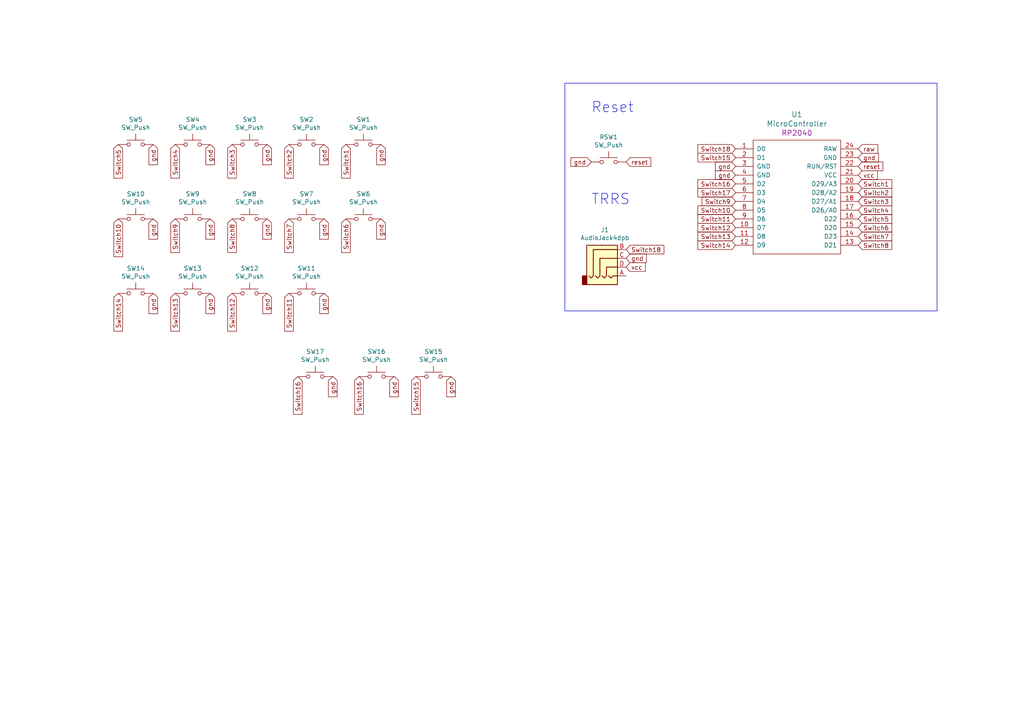
<source format=kicad_sch>
(kicad_sch (version 20230121) (generator eeschema)
  (paper "A4")
  (title_block (date "2024-03-04") (rev "0.1"))
  (lib_symbols
    (symbol "Switch:SW_Push" (pin_numbers hide) (pin_names (offset 1.016) hide)
      (property "Reference" "SW" (at 1.27 2.54 0))
      (property "Value" "SW_Push" (at 0 -1.524 0))
      (symbol "SW_Push_0_1"
        (circle (center -2.032 0) (radius 0.508))
        (polyline (pts (xy 0 1.27) (xy 0 3.048)))
        (polyline (pts (xy 2.54 1.27) (xy -2.54 1.27)))
        (circle (center 2.032 0) (radius 0.508))
        (pin passive line (at -5.08 0 0) (length 2.54) (name "1") (number "1"))
        (pin passive line (at 5.08 0 180) (length 2.54) (name "2") (number "2"))
      )
    )
    (symbol "half-swept-rescue:AudioJack4dpb-tokas_bp"
      (property "Reference" "J" (at 0 8.89 0))
      (property "Value" "AudioJack4dpb-tokas_bp" (at 0 6.35 0))
      (symbol "AudioJack4dpb-tokas_bp_0_1"
        (rectangle (start -6.35 -5.08) (end -7.62 -7.62) (stroke (width 0.254)) (fill (type outline)))
        (polyline (pts (xy 0 -5.08) (xy 0.635 -5.715) (xy 1.27 -5.08) (xy 2.54 -5.08)) (stroke (width 0.254)))
        (polyline (pts (xy -5.715 -5.08) (xy -5.08 -5.715) (xy -4.445 -5.08) (xy -4.445 2.54) (xy 2.54 2.54)) (stroke (width 0.254)))
        (polyline (pts (xy -1.905 -5.08) (xy -1.27 -5.715) (xy -0.635 -5.08) (xy -0.635 -2.54) (xy 2.54 -2.54)) (stroke (width 0.254)))
        (polyline (pts (xy 2.54 0) (xy -2.54 0) (xy -2.54 -5.08) (xy -3.175 -5.715) (xy -3.81 -5.08)) (stroke (width 0.254)))
        (rectangle (start 2.54 3.81) (end -6.35 -7.62) (stroke (width 0.254)) (fill (type background)))
      )
      (symbol "AudioJack4dpb-tokas_bp_1_1"
        (pin passive line (at 5.08 -5.08 180) (length 2.54) (name "~") (number "A"))
        (pin passive line (at 5.08 2.54 180) (length 2.54) (name "~") (number "B"))
        (pin passive line (at 5.08 0 180) (length 2.54) (name "~") (number "C"))
        (pin passive line (at 5.08 -2.54 180) (length 2.54) (name "~") (number "D"))
      )
    )
    (symbol "half-swept-rescue:ProMicro-kbd-bigblackpill-34key-rescue-sweepv2-rescue" (pin_names (offset 1.016))
      (property "Reference" "U1" (at 0 29.0322 0))
      (property "Value" "MicroController" (at 0 26.3398 0))
      (property "Footprint" "RP2040" (at 0 23.6474 0))
      (symbol "ProMicro-kbd-bigblackpill-34key-rescue-sweepv2-rescue_0_1"
        (rectangle (start -12.7 21.59) (end 12.7 -11.43))
      )
      (symbol "ProMicro-kbd-bigblackpill-34key-rescue-sweepv2-rescue_1_1"
        (pin bidirectional line (at -17.78 19.05 0) (length 5.08) (name "D0") (number "1"))
        (pin bidirectional line (at -17.78 -3.81 0) (length 5.08) (name "D7") (number "10"))
        (pin bidirectional line (at -17.78 -6.35 0) (length 5.08) (name "D8") (number "11"))
        (pin bidirectional line (at -17.78 -8.89 0) (length 5.08) (name "D9") (number "12"))
        (pin bidirectional line (at 17.78 -8.89 180) (length 5.08) (name "D21") (number "13"))
        (pin bidirectional line (at 17.78 -6.35 180) (length 5.08) (name "D23") (number "14"))
        (pin bidirectional line (at 17.78 -3.81 180) (length 5.08) (name "D20") (number "15"))
        (pin bidirectional line (at 17.78 -1.27 180) (length 5.08) (name "D22") (number "16"))
        (pin bidirectional line (at 17.78 1.27 180) (length 5.08) (name "D26/A0") (number "17"))
        (pin bidirectional line (at 17.78 3.81 180) (length 5.08) (name "D27/A1") (number "18"))
        (pin bidirectional line (at 17.78 6.35 180) (length 5.08) (name "D28/A2") (number "19"))
        (pin bidirectional line (at -17.78 16.51 0) (length 5.08) (name "D1") (number "2"))
        (pin bidirectional line (at 17.78 8.89 180) (length 5.08) (name "D29/A3") (number "20"))
        (pin power_in line (at 17.78 11.43 180) (length 5.08) (name "VCC") (number "21"))
        (pin input line (at 17.78 13.97 180) (length 5.08) (name "RUN/RST") (number "22"))
        (pin power_in line (at 17.78 16.51 180) (length 5.08) (name "GND") (number "23"))
        (pin power_out line (at 17.78 19.05 180) (length 5.08) (name "RAW") (number "24"))
        (pin power_in line (at -17.78 13.97 0) (length 5.08) (name "GND") (number "3"))
        (pin power_in line (at -17.78 11.43 0) (length 5.08) (name "GND") (number "4"))
        (pin bidirectional line (at -17.78 8.89 0) (length 5.08) (name "D2") (number "5"))
        (pin bidirectional line (at -17.78 6.35 0) (length 5.08) (name "D3") (number "6"))
        (pin bidirectional line (at -17.78 3.81 0) (length 5.08) (name "D4") (number "7"))
        (pin bidirectional line (at -17.78 1.27 0) (length 5.08) (name "D5") (number "8"))
        (pin bidirectional line (at -17.78 -1.27 0) (length 5.08) (name "D6") (number "9"))
      )
    )
  )
  (rectangle (start 163.83 24.13) (end 271.78 90.17))
  (text "TRRS\n" (at 171.45 59.69 0) (effects (font (size 2.9972 2.9972)) (justify left bottom)))
  (text "Reset" (at 171.45 33.02 0) (effects (font (size 2.9972 2.9972)) (justify left bottom)))
  (global_label "Switch6" (shape input) (at 100.33 63.5 270) (property "Intersheetrefs" "${INTERSHEET_REFS}" (effects hide)))
  (global_label "gnd" (shape input) (at 93.98 85.09 270) (property "Intersheetrefs" "${INTERSHEET_REFS}" (effects hide)))
  (global_label "gnd" (shape input) (at 44.45 63.5 270) (property "Intersheetrefs" "${INTERSHEET_REFS}" (effects hide)))
  (global_label "Switch7" (shape input) (at 83.82 63.5 270) (property "Intersheetrefs" "${INTERSHEET_REFS}" (effects hide)))
  (global_label "gnd" (shape input) (at 213.36 48.26 180) (property "Intersheetrefs" "${INTERSHEET_REFS}" (effects hide)))
  (global_label "Switch8" (shape input) (at 67.31 63.5 270) (property "Intersheetrefs" "${INTERSHEET_REFS}" (effects hide)))
  (global_label "Switch12" (shape input) (at 213.36 66.04 180) (property "Intersheetrefs" "${INTERSHEET_REFS}" (effects hide)))
  (global_label "Switch16" (shape input) (at 104.14 109.22 270) (property "Intersheetrefs" "${INTERSHEET_REFS}" (effects hide)))
  (global_label "reset" (shape input) (at 248.92 48.26 0) (property "Intersheetrefs" "${INTERSHEET_REFS}" (effects hide)))
  (global_label "gnd" (shape input) (at 93.98 41.91 270) (property "Intersheetrefs" "${INTERSHEET_REFS}" (effects hide)))
  (global_label "gnd" (shape input) (at 110.49 63.5 270) (property "Intersheetrefs" "${INTERSHEET_REFS}" (effects hide)))
  (global_label "gnd" (shape input) (at 44.45 85.09 270) (property "Intersheetrefs" "${INTERSHEET_REFS}" (effects hide)))
  (global_label "Switch1" (shape input) (at 248.92 53.34 0) (property "Intersheetrefs" "${INTERSHEET_REFS}" (effects hide)))
  (global_label "Switch5" (shape input) (at 248.92 63.5 0) (property "Intersheetrefs" "${INTERSHEET_REFS}" (effects hide)))
  (global_label "Switch13" (shape input) (at 213.36 68.58 180) (property "Intersheetrefs" "${INTERSHEET_REFS}" (effects hide)))
  (global_label "Switch8" (shape input) (at 248.92 71.12 0) (property "Intersheetrefs" "${INTERSHEET_REFS}" (effects hide)))
  (global_label "Switch17" (shape input) (at 213.36 55.88 180) (property "Intersheetrefs" "${INTERSHEET_REFS}" (effects hide)))
  (global_label "raw" (shape input) (at 248.92 43.18 0) (property "Intersheetrefs" "${INTERSHEET_REFS}" (effects hide)))
  (global_label "Switch2" (shape input) (at 83.82 41.91 270) (property "Intersheetrefs" "${INTERSHEET_REFS}" (effects hide)))
  (global_label "Switch16" (shape input) (at 86.36 109.22 270) (property "Intersheetrefs" "${INTERSHEET_REFS}" (effects hide)))
  (global_label "vcc" (shape input) (at 248.92 50.8 0) (property "Intersheetrefs" "${INTERSHEET_REFS}" (effects hide)))
  (global_label "gnd" (shape input) (at 60.96 41.91 270) (property "Intersheetrefs" "${INTERSHEET_REFS}" (effects hide)))
  (global_label "gnd" (shape input) (at 171.45 46.99 180) (property "Intersheetrefs" "${INTERSHEET_REFS}" (effects hide)))
  (global_label "gnd" (shape input) (at 77.47 63.5 270) (property "Intersheetrefs" "${INTERSHEET_REFS}" (effects hide)))
  (global_label "reset" (shape input) (at 181.61 46.99 0) (property "Intersheetrefs" "${INTERSHEET_REFS}" (effects hide)))
  (global_label "Switch6" (shape input) (at 248.92 66.04 0) (property "Intersheetrefs" "${INTERSHEET_REFS}" (effects hide)))
  (global_label "Switch1" (shape input) (at 100.33 41.91 270) (property "Intersheetrefs" "${INTERSHEET_REFS}" (effects hide)))
  (global_label "gnd" (shape input) (at 130.81 109.22 270) (property "Intersheetrefs" "${INTERSHEET_REFS}" (effects hide)))
  (global_label "gnd" (shape input) (at 93.98 63.5 270) (property "Intersheetrefs" "${INTERSHEET_REFS}" (effects hide)))
  (global_label "Switch3" (shape input) (at 248.92 58.42 0) (property "Intersheetrefs" "${INTERSHEET_REFS}" (effects hide)))
  (global_label "Switch15" (shape input) (at 213.36 45.72 180) (property "Intersheetrefs" "${INTERSHEET_REFS}" (effects hide)))
  (global_label "gnd" (shape input) (at 181.61 74.93 0) (property "Intersheetrefs" "${INTERSHEET_REFS}" (effects hide)))
  (global_label "Switch2" (shape input) (at 248.92 55.88 0) (property "Intersheetrefs" "${INTERSHEET_REFS}" (effects hide)))
  (global_label "vcc" (shape input) (at 181.61 77.47 0) (property "Intersheetrefs" "${INTERSHEET_REFS}" (effects hide)))
  (global_label "Switch9" (shape input) (at 213.36 58.42 180) (property "Intersheetrefs" "${INTERSHEET_REFS}" (effects hide)))
  (global_label "Switch5" (shape input) (at 34.29 41.91 270) (property "Intersheetrefs" "${INTERSHEET_REFS}" (effects hide)))
  (global_label "gnd" (shape input) (at 248.92 45.72 0) (property "Intersheetrefs" "${INTERSHEET_REFS}" (effects hide)))
  (global_label "Switch14" (shape input) (at 34.29 85.09 270) (property "Intersheetrefs" "${INTERSHEET_REFS}" (effects hide)))
  (global_label "Switch11" (shape input) (at 83.82 85.09 270) (property "Intersheetrefs" "${INTERSHEET_REFS}" (effects hide)))
  (global_label "Switch18" (shape input) (at 181.61 72.39 0) (property "Intersheetrefs" "${INTERSHEET_REFS}" (effects hide)))
  (global_label "gnd" (shape input) (at 60.96 63.5 270) (property "Intersheetrefs" "${INTERSHEET_REFS}" (effects hide)))
  (global_label "Switch4" (shape input) (at 248.92 60.96 0) (property "Intersheetrefs" "${INTERSHEET_REFS}" (effects hide)))
  (global_label "Switch9" (shape input) (at 50.8 63.5 270) (property "Intersheetrefs" "${INTERSHEET_REFS}" (effects hide)))
  (global_label "Switch10" (shape input) (at 34.29 63.5 270) (property "Intersheetrefs" "${INTERSHEET_REFS}" (effects hide)))
  (global_label "Switch18" (shape input) (at 213.36 43.18 180) (property "Intersheetrefs" "${INTERSHEET_REFS}" (effects hide)))
  (global_label "Switch7" (shape input) (at 248.92 68.58 0) (property "Intersheetrefs" "${INTERSHEET_REFS}" (effects hide)))
  (global_label "gnd" (shape input) (at 96.52 109.22 270) (property "Intersheetrefs" "${INTERSHEET_REFS}" (effects hide)))
  (global_label "Switch15" (shape input) (at 120.65 109.22 270) (property "Intersheetrefs" "${INTERSHEET_REFS}" (effects hide)))
  (global_label "Switch4" (shape input) (at 50.8 41.91 270) (property "Intersheetrefs" "${INTERSHEET_REFS}" (effects hide)))
  (global_label "Switch10" (shape input) (at 213.36 60.96 180) (property "Intersheetrefs" "${INTERSHEET_REFS}" (effects hide)))
  (global_label "Switch16" (shape input) (at 213.36 53.34 180) (property "Intersheetrefs" "${INTERSHEET_REFS}" (effects hide)))
  (global_label "Switch13" (shape input) (at 50.8 85.09 270) (property "Intersheetrefs" "${INTERSHEET_REFS}" (effects hide)))
  (global_label "Switch11" (shape input) (at 213.36 63.5 180) (property "Intersheetrefs" "${INTERSHEET_REFS}" (effects hide)))
  (global_label "gnd" (shape input) (at 110.49 41.91 270) (property "Intersheetrefs" "${INTERSHEET_REFS}" (effects hide)))
  (global_label "gnd" (shape input) (at 77.47 85.09 270) (property "Intersheetrefs" "${INTERSHEET_REFS}" (effects hide)))
  (global_label "Switch3" (shape input) (at 67.31 41.91 270) (property "Intersheetrefs" "${INTERSHEET_REFS}" (effects hide)))
  (global_label "gnd" (shape input) (at 213.36 50.8 180) (property "Intersheetrefs" "${INTERSHEET_REFS}" (effects hide)))
  (global_label "Switch14" (shape input) (at 213.36 71.12 180) (property "Intersheetrefs" "${INTERSHEET_REFS}" (effects hide)))
  (global_label "Switch12" (shape input) (at 67.31 85.09 270) (property "Intersheetrefs" "${INTERSHEET_REFS}" (effects hide)))
  (global_label "gnd" (shape input) (at 60.96 85.09 270) (property "Intersheetrefs" "${INTERSHEET_REFS}" (effects hide)))
  (global_label "gnd" (shape input) (at 114.3 109.22 270) (property "Intersheetrefs" "${INTERSHEET_REFS}" (effects hide)))
  (global_label "gnd" (shape input) (at 77.47 41.91 270) (property "Intersheetrefs" "${INTERSHEET_REFS}" (effects hide)))
  (global_label "gnd" (shape input) (at 44.45 41.91 270) (property "Intersheetrefs" "${INTERSHEET_REFS}" (effects hide)))
  (symbol (lib_id "Switch:SW_Push") (at 55.88 85.09 0) (unit 1)
    (property "Reference" "SW13" (at 55.88 77.851 0))
    (property "Value" "SW_Push" (at 55.88 80.1624 0))
    (property "Footprint" "Kailh:SW_PG1350_rev_DPB" (effects hide))
  )
  (symbol (lib_id "Switch:SW_Push") (at 72.39 85.09 0) (unit 1)
    (property "Reference" "SW12" (at 72.39 77.851 0))
    (property "Value" "SW_Push" (at 72.39 80.1624 0))
    (property "Footprint" "Kailh:SW_PG1350_rev_DPB" (effects hide))
  )
  (symbol (lib_id "Switch:SW_Push") (at 109.22 109.22 0) (unit 1)
    (property "Reference" "SW16" (at 109.22 101.981 0))
    (property "Value" "SW_Push" (at 109.22 104.2924 0))
    (property "Footprint" "Kailh:SW_PG1350_rev_DPB" (effects hide))
  )
  (symbol (lib_id "Switch:SW_Push") (at 125.73 109.22 0) (unit 1)
    (property "Reference" "SW15" (at 125.73 101.981 0))
    (property "Value" "SW_Push" (at 125.73 104.2924 0))
    (property "Footprint" "Kailh:SW_PG1350_rev_DPB" (effects hide))
  )
  (symbol (lib_id "Switch:SW_Push") (at 88.9 41.91 0) (unit 1)
    (property "Reference" "SW2" (at 88.9 34.671 0))
    (property "Value" "SW_Push" (at 88.9 36.9824 0))
    (property "Footprint" "Kailh:SW_PG1350_rev_DPB" (effects hide))
  )
  (symbol (lib_id "half-swept-rescue:AudioJack4dpb-tokas_bp") (at 176.53 74.93 0) (unit 1)
    (property "Reference" "J1" (at 175.4378 66.675 0))
    (property "Value" "AudioJack4dpb" (at 175.4378 68.9864 0))
    (property "Footprint" "kbd:MJ-4PP-9" (effects hide))
  )
  (symbol (lib_id "Switch:SW_Push") (at 39.37 85.09 0) (unit 1)
    (property "Reference" "SW14" (at 39.37 77.851 0))
    (property "Value" "SW_Push" (at 39.37 80.1624 0))
    (property "Footprint" "Kailh:SW_PG1350_rev_DPB" (effects hide))
  )
  (symbol (lib_id "Switch:SW_Push") (at 55.88 41.91 0) (unit 1)
    (property "Reference" "SW4" (at 55.88 34.671 0))
    (property "Value" "SW_Push" (at 55.88 36.9824 0))
    (property "Footprint" "Kailh:SW_PG1350_rev_DPB" (effects hide))
  )
  (symbol (lib_id "Switch:SW_Push") (at 105.41 41.91 0) (unit 1)
    (property "Reference" "SW1" (at 105.41 34.671 0))
    (property "Value" "SW_Push" (at 105.41 36.9824 0))
    (property "Footprint" "Kailh:SW_PG1350_rev_DPB" (effects hide))
  )
  (symbol (lib_id "Switch:SW_Push") (at 72.39 41.91 0) (unit 1)
    (property "Reference" "SW3" (at 72.39 34.671 0))
    (property "Value" "SW_Push" (at 72.39 36.9824 0))
    (property "Footprint" "Kailh:SW_PG1350_rev_DPB" (effects hide))
  )
  (symbol (lib_id "Switch:SW_Push") (at 39.37 41.91 0) (unit 1)
    (property "Reference" "SW5" (at 39.37 34.671 0))
    (property "Value" "SW_Push" (at 39.37 36.9824 0))
    (property "Footprint" "Kailh:SW_PG1350_rev_DPB" (effects hide))
  )
  (symbol (lib_id "Switch:SW_Push") (at 55.88 63.5 0) (unit 1)
    (property "Reference" "SW9" (at 55.88 56.261 0))
    (property "Value" "SW_Push" (at 55.88 58.5724 0))
    (property "Footprint" "Kailh:SW_PG1350_rev_DPB" (effects hide))
  )
  (symbol (lib_id "half-swept-rescue:ProMicro-kbd-bigblackpill-34key-rescue-sweepv2-rescue") (at 231.14 62.23 0) (unit 1)
    (property "Reference" "U1" (at 231.14 33.1978 0) (effects (font (size 1.524 1.524))))
    (property "Value" "MicroController" (at 231.14 35.8902 0) (effects (font (size 1.524 1.524))))
    (property "Footprint" "RP2040" (at 231.14 38.5826 0) (effects (font (size 1.524 1.524))))
  )
  (symbol (lib_id "Switch:SW_Push") (at 39.37 63.5 0) (unit 1)
    (property "Reference" "SW10" (at 39.37 56.261 0))
    (property "Value" "SW_Push" (at 39.37 58.5724 0))
    (property "Footprint" "Kailh:SW_PG1350_rev_DPB" (effects hide))
  )
  (symbol (lib_id "Switch:SW_Push") (at 88.9 85.09 0) (unit 1)
    (property "Reference" "SW11" (at 88.9 77.851 0))
    (property "Value" "SW_Push" (at 88.9 80.1624 0))
    (property "Footprint" "Kailh:SW_PG1350_rev_DPB" (effects hide))
  )
  (symbol (lib_id "Switch:SW_Push") (at 105.41 63.5 0) (unit 1)
    (property "Reference" "SW6" (at 105.41 56.261 0))
    (property "Value" "SW_Push" (at 105.41 58.5724 0))
    (property "Footprint" "Kailh:SW_PG1350_rev_DPB" (effects hide))
  )
  (symbol (lib_id "Switch:SW_Push") (at 88.9 63.5 0) (unit 1)
    (property "Reference" "SW7" (at 88.9 56.261 0))
    (property "Value" "SW_Push" (at 88.9 58.5724 0))
    (property "Footprint" "Kailh:SW_PG1350_rev_DPB" (effects hide))
  )
  (symbol (lib_id "Switch:SW_Push") (at 176.53 46.99 0) (unit 1)
    (property "Reference" "RSW1" (at 176.53 39.751 0))
    (property "Value" "SW_Push" (at 176.53 42.0624 0))
    (property "Footprint" "kbd:ResetSW" (effects hide))
  )
  (symbol (lib_id "Switch:SW_Push") (at 91.44 109.22 0) (unit 1)
    (property "Reference" "SW17" (at 91.44 101.981 0))
    (property "Value" "SW_Push" (at 91.44 104.2924 0))
    (property "Footprint" "Kailh:SW_PG1350_rev_DPB" (effects hide))
  )
  (symbol (lib_id "Switch:SW_Push") (at 72.39 63.5 0) (unit 1)
    (property "Reference" "SW8" (at 72.39 56.261 0))
    (property "Value" "SW_Push" (at 72.39 58.5724 0))
    (property "Footprint" "Kailh:SW_PG1350_rev_DPB" (effects hide))
  )
)
</source>
